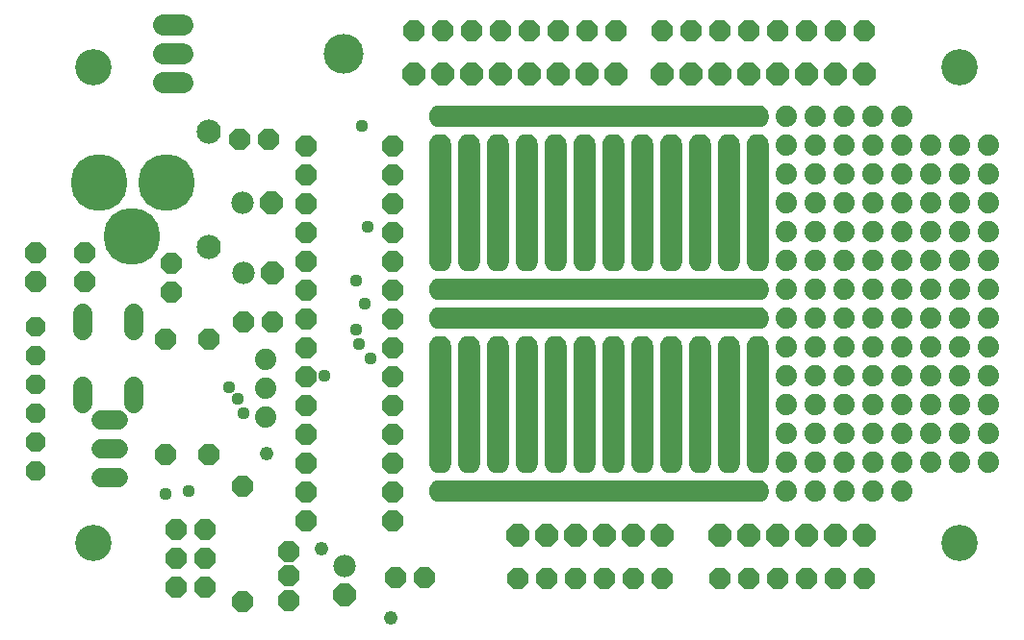
<source format=gbr>
G04 EAGLE Gerber RS-274X export*
G75*
%MOMM*%
%FSLAX34Y34*%
%LPD*%
%INSoldermask Bottom*%
%IPPOS*%
%AMOC8*
5,1,8,0,0,1.08239X$1,22.5*%
G01*
%ADD10P,1.951982X8X112.500000*%
%ADD11C,1.879600*%
%ADD12P,2.034460X8X112.500000*%
%ADD13C,1.727200*%
%ADD14C,5.003200*%
%ADD15P,2.144431X8X22.500000*%
%ADD16C,1.981200*%
%ADD17P,2.034460X8X22.500000*%
%ADD18P,2.034460X8X292.500000*%
%ADD19C,2.133600*%
%ADD20P,1.869504X8X202.500000*%
%ADD21C,3.203200*%
%ADD22C,1.879600*%
%ADD23C,3.505200*%
%ADD24P,2.144431X8X112.500000*%
%ADD25P,2.144431X8X292.500000*%
%ADD26C,1.303200*%
%ADD27P,2.034460X8X202.500000*%
%ADD28C,1.209600*%
%ADD29C,1.109600*%

G36*
X659157Y441331D02*
X659157Y441331D01*
X659192Y441329D01*
X660679Y441475D01*
X660725Y441488D01*
X660801Y441499D01*
X662230Y441933D01*
X662273Y441955D01*
X662345Y441981D01*
X663662Y442685D01*
X663700Y442715D01*
X663766Y442754D01*
X664921Y443702D01*
X664952Y443738D01*
X665008Y443789D01*
X665956Y444944D01*
X665980Y444986D01*
X666025Y445048D01*
X666729Y446365D01*
X666744Y446411D01*
X666777Y446480D01*
X667211Y447909D01*
X667216Y447957D01*
X667235Y448031D01*
X667381Y449518D01*
X667379Y449545D01*
X667384Y449580D01*
X667384Y452120D01*
X667379Y452147D01*
X667381Y452182D01*
X667235Y453669D01*
X667222Y453715D01*
X667211Y453791D01*
X666777Y455220D01*
X666755Y455263D01*
X666729Y455335D01*
X666025Y456652D01*
X665995Y456690D01*
X665956Y456756D01*
X665008Y457911D01*
X664972Y457942D01*
X664921Y457998D01*
X663766Y458946D01*
X663759Y458950D01*
X663755Y458955D01*
X663720Y458973D01*
X663662Y459015D01*
X662345Y459719D01*
X662299Y459734D01*
X662230Y459767D01*
X660801Y460201D01*
X660753Y460206D01*
X660679Y460225D01*
X659192Y460371D01*
X659165Y460369D01*
X659130Y460374D01*
X377190Y460374D01*
X377163Y460369D01*
X377128Y460371D01*
X375641Y460225D01*
X375595Y460212D01*
X375519Y460201D01*
X374090Y459767D01*
X374047Y459745D01*
X373975Y459719D01*
X372658Y459015D01*
X372620Y458985D01*
X372554Y458946D01*
X371399Y457998D01*
X371368Y457962D01*
X371312Y457911D01*
X370364Y456756D01*
X370340Y456714D01*
X370295Y456652D01*
X369591Y455335D01*
X369576Y455289D01*
X369543Y455220D01*
X369109Y453791D01*
X369104Y453743D01*
X369085Y453669D01*
X368939Y452182D01*
X368941Y452155D01*
X368936Y452120D01*
X368936Y449580D01*
X368941Y449553D01*
X368939Y449518D01*
X369085Y448031D01*
X369098Y447985D01*
X369109Y447909D01*
X369543Y446480D01*
X369565Y446437D01*
X369591Y446365D01*
X370295Y445048D01*
X370325Y445010D01*
X370364Y444944D01*
X371312Y443789D01*
X371348Y443758D01*
X371399Y443702D01*
X372554Y442754D01*
X372595Y442731D01*
X372601Y442724D01*
X372612Y442719D01*
X372658Y442685D01*
X373975Y441981D01*
X374021Y441966D01*
X374090Y441933D01*
X375519Y441499D01*
X375567Y441494D01*
X375641Y441475D01*
X377128Y441329D01*
X377155Y441331D01*
X377190Y441326D01*
X659130Y441326D01*
X659157Y441331D01*
G37*
G36*
X659157Y288931D02*
X659157Y288931D01*
X659192Y288929D01*
X660679Y289075D01*
X660725Y289088D01*
X660801Y289099D01*
X662230Y289533D01*
X662273Y289555D01*
X662345Y289581D01*
X663662Y290285D01*
X663700Y290315D01*
X663766Y290354D01*
X664921Y291302D01*
X664952Y291338D01*
X665008Y291389D01*
X665956Y292544D01*
X665980Y292586D01*
X666025Y292648D01*
X666729Y293965D01*
X666744Y294011D01*
X666777Y294080D01*
X667211Y295509D01*
X667216Y295557D01*
X667235Y295631D01*
X667381Y297118D01*
X667379Y297145D01*
X667384Y297180D01*
X667384Y299720D01*
X667379Y299747D01*
X667381Y299782D01*
X667235Y301269D01*
X667222Y301315D01*
X667211Y301391D01*
X666777Y302820D01*
X666755Y302863D01*
X666729Y302935D01*
X666025Y304252D01*
X665995Y304290D01*
X665956Y304356D01*
X665008Y305511D01*
X664972Y305542D01*
X664921Y305598D01*
X663766Y306546D01*
X663759Y306550D01*
X663755Y306555D01*
X663720Y306573D01*
X663662Y306615D01*
X662345Y307319D01*
X662299Y307334D01*
X662230Y307367D01*
X660801Y307801D01*
X660753Y307806D01*
X660679Y307825D01*
X659192Y307971D01*
X659165Y307969D01*
X659130Y307974D01*
X377190Y307974D01*
X377163Y307969D01*
X377128Y307971D01*
X375641Y307825D01*
X375595Y307812D01*
X375519Y307801D01*
X374090Y307367D01*
X374047Y307345D01*
X373975Y307319D01*
X372658Y306615D01*
X372620Y306585D01*
X372554Y306546D01*
X371399Y305598D01*
X371368Y305562D01*
X371312Y305511D01*
X370364Y304356D01*
X370340Y304314D01*
X370295Y304252D01*
X369591Y302935D01*
X369576Y302889D01*
X369543Y302820D01*
X369109Y301391D01*
X369104Y301343D01*
X369085Y301269D01*
X368939Y299782D01*
X368941Y299755D01*
X368936Y299720D01*
X368936Y297180D01*
X368941Y297153D01*
X368939Y297118D01*
X369085Y295631D01*
X369098Y295585D01*
X369109Y295509D01*
X369543Y294080D01*
X369565Y294037D01*
X369591Y293965D01*
X370295Y292648D01*
X370325Y292610D01*
X370364Y292544D01*
X371312Y291389D01*
X371348Y291358D01*
X371399Y291302D01*
X372554Y290354D01*
X372595Y290331D01*
X372601Y290324D01*
X372612Y290319D01*
X372658Y290285D01*
X373975Y289581D01*
X374021Y289566D01*
X374090Y289533D01*
X375519Y289099D01*
X375567Y289094D01*
X375641Y289075D01*
X377128Y288929D01*
X377155Y288931D01*
X377190Y288926D01*
X659130Y288926D01*
X659157Y288931D01*
G37*
G36*
X659157Y263531D02*
X659157Y263531D01*
X659192Y263529D01*
X660679Y263675D01*
X660725Y263688D01*
X660801Y263699D01*
X662230Y264133D01*
X662273Y264155D01*
X662345Y264181D01*
X663662Y264885D01*
X663700Y264915D01*
X663766Y264954D01*
X664921Y265902D01*
X664952Y265938D01*
X665008Y265989D01*
X665956Y267144D01*
X665980Y267186D01*
X666025Y267248D01*
X666729Y268565D01*
X666744Y268611D01*
X666777Y268680D01*
X667211Y270109D01*
X667216Y270157D01*
X667235Y270231D01*
X667381Y271718D01*
X667379Y271745D01*
X667384Y271780D01*
X667384Y274320D01*
X667379Y274347D01*
X667381Y274382D01*
X667235Y275869D01*
X667222Y275915D01*
X667211Y275991D01*
X666777Y277420D01*
X666755Y277463D01*
X666729Y277535D01*
X666025Y278852D01*
X665995Y278890D01*
X665956Y278956D01*
X665008Y280111D01*
X664972Y280142D01*
X664921Y280198D01*
X663766Y281146D01*
X663759Y281150D01*
X663755Y281155D01*
X663720Y281173D01*
X663662Y281215D01*
X662345Y281919D01*
X662299Y281934D01*
X662230Y281967D01*
X660801Y282401D01*
X660753Y282406D01*
X660679Y282425D01*
X659192Y282571D01*
X659165Y282569D01*
X659130Y282574D01*
X377190Y282574D01*
X377163Y282569D01*
X377128Y282571D01*
X375641Y282425D01*
X375595Y282412D01*
X375519Y282401D01*
X374090Y281967D01*
X374047Y281945D01*
X373975Y281919D01*
X372658Y281215D01*
X372620Y281185D01*
X372554Y281146D01*
X371399Y280198D01*
X371368Y280162D01*
X371312Y280111D01*
X370364Y278956D01*
X370340Y278914D01*
X370295Y278852D01*
X369591Y277535D01*
X369576Y277489D01*
X369543Y277420D01*
X369109Y275991D01*
X369104Y275943D01*
X369085Y275869D01*
X368939Y274382D01*
X368941Y274355D01*
X368936Y274320D01*
X368936Y271780D01*
X368941Y271753D01*
X368939Y271718D01*
X369085Y270231D01*
X369098Y270185D01*
X369109Y270109D01*
X369543Y268680D01*
X369565Y268637D01*
X369591Y268565D01*
X370295Y267248D01*
X370325Y267210D01*
X370364Y267144D01*
X371312Y265989D01*
X371348Y265958D01*
X371399Y265902D01*
X372554Y264954D01*
X372595Y264931D01*
X372601Y264924D01*
X372612Y264919D01*
X372658Y264885D01*
X373975Y264181D01*
X374021Y264166D01*
X374090Y264133D01*
X375519Y263699D01*
X375567Y263694D01*
X375641Y263675D01*
X377128Y263529D01*
X377155Y263531D01*
X377190Y263526D01*
X659130Y263526D01*
X659157Y263531D01*
G37*
G36*
X659157Y111131D02*
X659157Y111131D01*
X659192Y111129D01*
X660679Y111275D01*
X660725Y111288D01*
X660801Y111299D01*
X662230Y111733D01*
X662273Y111755D01*
X662345Y111781D01*
X663662Y112485D01*
X663700Y112515D01*
X663766Y112554D01*
X664921Y113502D01*
X664952Y113538D01*
X665008Y113589D01*
X665956Y114744D01*
X665980Y114786D01*
X666025Y114848D01*
X666729Y116165D01*
X666744Y116211D01*
X666777Y116280D01*
X667211Y117709D01*
X667216Y117757D01*
X667235Y117831D01*
X667381Y119318D01*
X667379Y119345D01*
X667384Y119380D01*
X667384Y121920D01*
X667379Y121947D01*
X667381Y121982D01*
X667235Y123469D01*
X667222Y123515D01*
X667211Y123591D01*
X666777Y125020D01*
X666755Y125063D01*
X666729Y125135D01*
X666025Y126452D01*
X665995Y126490D01*
X665956Y126556D01*
X665008Y127711D01*
X664972Y127742D01*
X664921Y127798D01*
X663766Y128746D01*
X663759Y128750D01*
X663755Y128755D01*
X663720Y128773D01*
X663662Y128815D01*
X662345Y129519D01*
X662299Y129534D01*
X662230Y129567D01*
X660801Y130001D01*
X660753Y130006D01*
X660679Y130025D01*
X659192Y130171D01*
X659165Y130169D01*
X659130Y130174D01*
X377190Y130174D01*
X377163Y130169D01*
X377128Y130171D01*
X375641Y130025D01*
X375595Y130012D01*
X375519Y130001D01*
X374090Y129567D01*
X374047Y129545D01*
X373975Y129519D01*
X372658Y128815D01*
X372620Y128785D01*
X372554Y128746D01*
X371399Y127798D01*
X371368Y127762D01*
X371312Y127711D01*
X370364Y126556D01*
X370340Y126514D01*
X370295Y126452D01*
X369591Y125135D01*
X369576Y125089D01*
X369543Y125020D01*
X369109Y123591D01*
X369104Y123543D01*
X369085Y123469D01*
X368939Y121982D01*
X368941Y121955D01*
X368936Y121920D01*
X368936Y119380D01*
X368941Y119353D01*
X368939Y119318D01*
X369085Y117831D01*
X369098Y117785D01*
X369109Y117709D01*
X369543Y116280D01*
X369565Y116237D01*
X369591Y116165D01*
X370295Y114848D01*
X370325Y114810D01*
X370364Y114744D01*
X371312Y113589D01*
X371348Y113558D01*
X371399Y113502D01*
X372554Y112554D01*
X372595Y112531D01*
X372601Y112524D01*
X372612Y112519D01*
X372658Y112485D01*
X373975Y111781D01*
X374021Y111766D01*
X374090Y111733D01*
X375519Y111299D01*
X375567Y111294D01*
X375641Y111275D01*
X377128Y111129D01*
X377155Y111131D01*
X377190Y111126D01*
X659130Y111126D01*
X659157Y111131D01*
G37*
G36*
X506757Y314331D02*
X506757Y314331D01*
X506792Y314329D01*
X508279Y314475D01*
X508325Y314488D01*
X508401Y314499D01*
X509830Y314933D01*
X509873Y314955D01*
X509945Y314981D01*
X511262Y315685D01*
X511300Y315715D01*
X511366Y315754D01*
X512521Y316702D01*
X512552Y316738D01*
X512608Y316789D01*
X513556Y317944D01*
X513580Y317986D01*
X513625Y318048D01*
X514329Y319365D01*
X514344Y319411D01*
X514377Y319480D01*
X514811Y320909D01*
X514816Y320957D01*
X514835Y321031D01*
X514981Y322518D01*
X514979Y322545D01*
X514984Y322580D01*
X514984Y426720D01*
X514979Y426747D01*
X514981Y426782D01*
X514835Y428269D01*
X514822Y428315D01*
X514811Y428391D01*
X514377Y429820D01*
X514355Y429863D01*
X514329Y429935D01*
X513625Y431252D01*
X513595Y431290D01*
X513556Y431356D01*
X512608Y432511D01*
X512572Y432542D01*
X512521Y432598D01*
X511366Y433546D01*
X511324Y433570D01*
X511262Y433615D01*
X509945Y434319D01*
X509899Y434334D01*
X509830Y434367D01*
X508401Y434801D01*
X508353Y434806D01*
X508279Y434825D01*
X506792Y434971D01*
X506765Y434969D01*
X506730Y434974D01*
X504190Y434974D01*
X504163Y434969D01*
X504128Y434971D01*
X502641Y434825D01*
X502595Y434812D01*
X502519Y434801D01*
X501090Y434367D01*
X501047Y434345D01*
X500975Y434319D01*
X499658Y433615D01*
X499620Y433585D01*
X499554Y433546D01*
X498399Y432598D01*
X498368Y432562D01*
X498312Y432511D01*
X497364Y431356D01*
X497340Y431314D01*
X497295Y431252D01*
X496591Y429935D01*
X496576Y429889D01*
X496543Y429820D01*
X496109Y428391D01*
X496104Y428343D01*
X496085Y428269D01*
X495939Y426782D01*
X495941Y426755D01*
X495936Y426720D01*
X495936Y322580D01*
X495941Y322553D01*
X495939Y322518D01*
X496085Y321031D01*
X496098Y320985D01*
X496109Y320909D01*
X496543Y319480D01*
X496565Y319437D01*
X496591Y319365D01*
X497295Y318048D01*
X497325Y318010D01*
X497364Y317944D01*
X498312Y316789D01*
X498348Y316758D01*
X498399Y316702D01*
X499554Y315754D01*
X499595Y315731D01*
X499601Y315724D01*
X499612Y315719D01*
X499658Y315685D01*
X500975Y314981D01*
X501021Y314966D01*
X501090Y314933D01*
X502519Y314499D01*
X502567Y314494D01*
X502641Y314475D01*
X504128Y314329D01*
X504155Y314331D01*
X504190Y314326D01*
X506730Y314326D01*
X506757Y314331D01*
G37*
G36*
X405157Y314331D02*
X405157Y314331D01*
X405192Y314329D01*
X406679Y314475D01*
X406725Y314488D01*
X406801Y314499D01*
X408230Y314933D01*
X408273Y314955D01*
X408345Y314981D01*
X409662Y315685D01*
X409700Y315715D01*
X409766Y315754D01*
X410921Y316702D01*
X410952Y316738D01*
X411008Y316789D01*
X411956Y317944D01*
X411980Y317986D01*
X412025Y318048D01*
X412729Y319365D01*
X412744Y319411D01*
X412777Y319480D01*
X413211Y320909D01*
X413216Y320957D01*
X413235Y321031D01*
X413381Y322518D01*
X413379Y322545D01*
X413384Y322580D01*
X413384Y426720D01*
X413379Y426747D01*
X413381Y426782D01*
X413235Y428269D01*
X413222Y428315D01*
X413211Y428391D01*
X412777Y429820D01*
X412755Y429863D01*
X412729Y429935D01*
X412025Y431252D01*
X411995Y431290D01*
X411956Y431356D01*
X411008Y432511D01*
X410972Y432542D01*
X410921Y432598D01*
X409766Y433546D01*
X409724Y433570D01*
X409662Y433615D01*
X408345Y434319D01*
X408299Y434334D01*
X408230Y434367D01*
X406801Y434801D01*
X406753Y434806D01*
X406679Y434825D01*
X405192Y434971D01*
X405165Y434969D01*
X405130Y434974D01*
X402590Y434974D01*
X402563Y434969D01*
X402528Y434971D01*
X401041Y434825D01*
X400995Y434812D01*
X400919Y434801D01*
X399490Y434367D01*
X399447Y434345D01*
X399375Y434319D01*
X398058Y433615D01*
X398020Y433585D01*
X397954Y433546D01*
X396799Y432598D01*
X396768Y432562D01*
X396712Y432511D01*
X395764Y431356D01*
X395740Y431314D01*
X395695Y431252D01*
X394991Y429935D01*
X394976Y429889D01*
X394943Y429820D01*
X394509Y428391D01*
X394504Y428343D01*
X394485Y428269D01*
X394339Y426782D01*
X394341Y426755D01*
X394336Y426720D01*
X394336Y322580D01*
X394341Y322553D01*
X394339Y322518D01*
X394485Y321031D01*
X394498Y320985D01*
X394509Y320909D01*
X394943Y319480D01*
X394965Y319437D01*
X394991Y319365D01*
X395695Y318048D01*
X395725Y318010D01*
X395764Y317944D01*
X396712Y316789D01*
X396748Y316758D01*
X396799Y316702D01*
X397954Y315754D01*
X397995Y315731D01*
X398001Y315724D01*
X398012Y315719D01*
X398058Y315685D01*
X399375Y314981D01*
X399421Y314966D01*
X399490Y314933D01*
X400919Y314499D01*
X400967Y314494D01*
X401041Y314475D01*
X402528Y314329D01*
X402555Y314331D01*
X402590Y314326D01*
X405130Y314326D01*
X405157Y314331D01*
G37*
G36*
X481357Y314331D02*
X481357Y314331D01*
X481392Y314329D01*
X482879Y314475D01*
X482925Y314488D01*
X483001Y314499D01*
X484430Y314933D01*
X484473Y314955D01*
X484545Y314981D01*
X485862Y315685D01*
X485900Y315715D01*
X485966Y315754D01*
X487121Y316702D01*
X487152Y316738D01*
X487208Y316789D01*
X488156Y317944D01*
X488180Y317986D01*
X488225Y318048D01*
X488929Y319365D01*
X488944Y319411D01*
X488977Y319480D01*
X489411Y320909D01*
X489416Y320957D01*
X489435Y321031D01*
X489581Y322518D01*
X489579Y322545D01*
X489584Y322580D01*
X489584Y426720D01*
X489579Y426747D01*
X489581Y426782D01*
X489435Y428269D01*
X489422Y428315D01*
X489411Y428391D01*
X488977Y429820D01*
X488955Y429863D01*
X488929Y429935D01*
X488225Y431252D01*
X488195Y431290D01*
X488156Y431356D01*
X487208Y432511D01*
X487172Y432542D01*
X487121Y432598D01*
X485966Y433546D01*
X485924Y433570D01*
X485862Y433615D01*
X484545Y434319D01*
X484499Y434334D01*
X484430Y434367D01*
X483001Y434801D01*
X482953Y434806D01*
X482879Y434825D01*
X481392Y434971D01*
X481365Y434969D01*
X481330Y434974D01*
X478790Y434974D01*
X478763Y434969D01*
X478728Y434971D01*
X477241Y434825D01*
X477195Y434812D01*
X477119Y434801D01*
X475690Y434367D01*
X475647Y434345D01*
X475575Y434319D01*
X474258Y433615D01*
X474220Y433585D01*
X474154Y433546D01*
X472999Y432598D01*
X472968Y432562D01*
X472912Y432511D01*
X471964Y431356D01*
X471940Y431314D01*
X471895Y431252D01*
X471191Y429935D01*
X471176Y429889D01*
X471143Y429820D01*
X470709Y428391D01*
X470704Y428343D01*
X470685Y428269D01*
X470539Y426782D01*
X470541Y426755D01*
X470536Y426720D01*
X470536Y322580D01*
X470541Y322553D01*
X470539Y322518D01*
X470685Y321031D01*
X470698Y320985D01*
X470709Y320909D01*
X471143Y319480D01*
X471165Y319437D01*
X471191Y319365D01*
X471895Y318048D01*
X471925Y318010D01*
X471964Y317944D01*
X472912Y316789D01*
X472948Y316758D01*
X472999Y316702D01*
X474154Y315754D01*
X474195Y315731D01*
X474201Y315724D01*
X474212Y315719D01*
X474258Y315685D01*
X475575Y314981D01*
X475621Y314966D01*
X475690Y314933D01*
X477119Y314499D01*
X477167Y314494D01*
X477241Y314475D01*
X478728Y314329D01*
X478755Y314331D01*
X478790Y314326D01*
X481330Y314326D01*
X481357Y314331D01*
G37*
G36*
X532157Y314331D02*
X532157Y314331D01*
X532192Y314329D01*
X533679Y314475D01*
X533725Y314488D01*
X533801Y314499D01*
X535230Y314933D01*
X535273Y314955D01*
X535345Y314981D01*
X536662Y315685D01*
X536700Y315715D01*
X536766Y315754D01*
X537921Y316702D01*
X537952Y316738D01*
X538008Y316789D01*
X538956Y317944D01*
X538980Y317986D01*
X539025Y318048D01*
X539729Y319365D01*
X539744Y319411D01*
X539777Y319480D01*
X540211Y320909D01*
X540216Y320957D01*
X540235Y321031D01*
X540381Y322518D01*
X540379Y322545D01*
X540384Y322580D01*
X540384Y426720D01*
X540379Y426747D01*
X540381Y426782D01*
X540235Y428269D01*
X540222Y428315D01*
X540211Y428391D01*
X539777Y429820D01*
X539755Y429863D01*
X539729Y429935D01*
X539025Y431252D01*
X538995Y431290D01*
X538956Y431356D01*
X538008Y432511D01*
X537972Y432542D01*
X537921Y432598D01*
X536766Y433546D01*
X536724Y433570D01*
X536662Y433615D01*
X535345Y434319D01*
X535299Y434334D01*
X535230Y434367D01*
X533801Y434801D01*
X533753Y434806D01*
X533679Y434825D01*
X532192Y434971D01*
X532165Y434969D01*
X532130Y434974D01*
X529590Y434974D01*
X529563Y434969D01*
X529528Y434971D01*
X528041Y434825D01*
X527995Y434812D01*
X527919Y434801D01*
X526490Y434367D01*
X526447Y434345D01*
X526375Y434319D01*
X525058Y433615D01*
X525020Y433585D01*
X524954Y433546D01*
X523799Y432598D01*
X523768Y432562D01*
X523712Y432511D01*
X522764Y431356D01*
X522740Y431314D01*
X522695Y431252D01*
X521991Y429935D01*
X521976Y429889D01*
X521943Y429820D01*
X521509Y428391D01*
X521504Y428343D01*
X521485Y428269D01*
X521339Y426782D01*
X521341Y426755D01*
X521336Y426720D01*
X521336Y322580D01*
X521341Y322553D01*
X521339Y322518D01*
X521485Y321031D01*
X521498Y320985D01*
X521509Y320909D01*
X521943Y319480D01*
X521965Y319437D01*
X521991Y319365D01*
X522695Y318048D01*
X522725Y318010D01*
X522764Y317944D01*
X523712Y316789D01*
X523748Y316758D01*
X523799Y316702D01*
X524954Y315754D01*
X524995Y315731D01*
X525001Y315724D01*
X525012Y315719D01*
X525058Y315685D01*
X526375Y314981D01*
X526421Y314966D01*
X526490Y314933D01*
X527919Y314499D01*
X527967Y314494D01*
X528041Y314475D01*
X529528Y314329D01*
X529555Y314331D01*
X529590Y314326D01*
X532130Y314326D01*
X532157Y314331D01*
G37*
G36*
X608357Y314331D02*
X608357Y314331D01*
X608392Y314329D01*
X609879Y314475D01*
X609925Y314488D01*
X610001Y314499D01*
X611430Y314933D01*
X611473Y314955D01*
X611545Y314981D01*
X612862Y315685D01*
X612900Y315715D01*
X612966Y315754D01*
X614121Y316702D01*
X614152Y316738D01*
X614208Y316789D01*
X615156Y317944D01*
X615180Y317986D01*
X615225Y318048D01*
X615929Y319365D01*
X615944Y319411D01*
X615977Y319480D01*
X616411Y320909D01*
X616416Y320957D01*
X616435Y321031D01*
X616581Y322518D01*
X616579Y322545D01*
X616584Y322580D01*
X616584Y426720D01*
X616579Y426747D01*
X616581Y426782D01*
X616435Y428269D01*
X616422Y428315D01*
X616411Y428391D01*
X615977Y429820D01*
X615955Y429863D01*
X615929Y429935D01*
X615225Y431252D01*
X615195Y431290D01*
X615156Y431356D01*
X614208Y432511D01*
X614172Y432542D01*
X614121Y432598D01*
X612966Y433546D01*
X612924Y433570D01*
X612862Y433615D01*
X611545Y434319D01*
X611499Y434334D01*
X611430Y434367D01*
X610001Y434801D01*
X609953Y434806D01*
X609879Y434825D01*
X608392Y434971D01*
X608365Y434969D01*
X608330Y434974D01*
X605790Y434974D01*
X605763Y434969D01*
X605728Y434971D01*
X604241Y434825D01*
X604195Y434812D01*
X604119Y434801D01*
X602690Y434367D01*
X602647Y434345D01*
X602575Y434319D01*
X601258Y433615D01*
X601220Y433585D01*
X601154Y433546D01*
X599999Y432598D01*
X599968Y432562D01*
X599912Y432511D01*
X598964Y431356D01*
X598940Y431314D01*
X598895Y431252D01*
X598191Y429935D01*
X598176Y429889D01*
X598143Y429820D01*
X597709Y428391D01*
X597704Y428343D01*
X597685Y428269D01*
X597539Y426782D01*
X597541Y426755D01*
X597536Y426720D01*
X597536Y322580D01*
X597541Y322553D01*
X597539Y322518D01*
X597685Y321031D01*
X597698Y320985D01*
X597709Y320909D01*
X598143Y319480D01*
X598165Y319437D01*
X598191Y319365D01*
X598895Y318048D01*
X598925Y318010D01*
X598964Y317944D01*
X599912Y316789D01*
X599948Y316758D01*
X599999Y316702D01*
X601154Y315754D01*
X601195Y315731D01*
X601201Y315724D01*
X601212Y315719D01*
X601258Y315685D01*
X602575Y314981D01*
X602621Y314966D01*
X602690Y314933D01*
X604119Y314499D01*
X604167Y314494D01*
X604241Y314475D01*
X605728Y314329D01*
X605755Y314331D01*
X605790Y314326D01*
X608330Y314326D01*
X608357Y314331D01*
G37*
G36*
X633757Y314331D02*
X633757Y314331D01*
X633792Y314329D01*
X635279Y314475D01*
X635325Y314488D01*
X635401Y314499D01*
X636830Y314933D01*
X636873Y314955D01*
X636945Y314981D01*
X638262Y315685D01*
X638300Y315715D01*
X638366Y315754D01*
X639521Y316702D01*
X639552Y316738D01*
X639608Y316789D01*
X640556Y317944D01*
X640580Y317986D01*
X640625Y318048D01*
X641329Y319365D01*
X641344Y319411D01*
X641377Y319480D01*
X641811Y320909D01*
X641816Y320957D01*
X641835Y321031D01*
X641981Y322518D01*
X641979Y322545D01*
X641984Y322580D01*
X641984Y426720D01*
X641979Y426747D01*
X641981Y426782D01*
X641835Y428269D01*
X641822Y428315D01*
X641811Y428391D01*
X641377Y429820D01*
X641355Y429863D01*
X641329Y429935D01*
X640625Y431252D01*
X640595Y431290D01*
X640556Y431356D01*
X639608Y432511D01*
X639572Y432542D01*
X639521Y432598D01*
X638366Y433546D01*
X638324Y433570D01*
X638262Y433615D01*
X636945Y434319D01*
X636899Y434334D01*
X636830Y434367D01*
X635401Y434801D01*
X635353Y434806D01*
X635279Y434825D01*
X633792Y434971D01*
X633765Y434969D01*
X633730Y434974D01*
X631190Y434974D01*
X631163Y434969D01*
X631128Y434971D01*
X629641Y434825D01*
X629595Y434812D01*
X629519Y434801D01*
X628090Y434367D01*
X628047Y434345D01*
X627975Y434319D01*
X626658Y433615D01*
X626620Y433585D01*
X626554Y433546D01*
X625399Y432598D01*
X625368Y432562D01*
X625312Y432511D01*
X624364Y431356D01*
X624340Y431314D01*
X624295Y431252D01*
X623591Y429935D01*
X623576Y429889D01*
X623543Y429820D01*
X623109Y428391D01*
X623104Y428343D01*
X623085Y428269D01*
X622939Y426782D01*
X622941Y426755D01*
X622936Y426720D01*
X622936Y322580D01*
X622941Y322553D01*
X622939Y322518D01*
X623085Y321031D01*
X623098Y320985D01*
X623109Y320909D01*
X623543Y319480D01*
X623565Y319437D01*
X623591Y319365D01*
X624295Y318048D01*
X624325Y318010D01*
X624364Y317944D01*
X625312Y316789D01*
X625348Y316758D01*
X625399Y316702D01*
X626554Y315754D01*
X626595Y315731D01*
X626601Y315724D01*
X626612Y315719D01*
X626658Y315685D01*
X627975Y314981D01*
X628021Y314966D01*
X628090Y314933D01*
X629519Y314499D01*
X629567Y314494D01*
X629641Y314475D01*
X631128Y314329D01*
X631155Y314331D01*
X631190Y314326D01*
X633730Y314326D01*
X633757Y314331D01*
G37*
G36*
X659157Y314331D02*
X659157Y314331D01*
X659192Y314329D01*
X660679Y314475D01*
X660725Y314488D01*
X660801Y314499D01*
X662230Y314933D01*
X662273Y314955D01*
X662345Y314981D01*
X663662Y315685D01*
X663700Y315715D01*
X663766Y315754D01*
X664921Y316702D01*
X664952Y316738D01*
X665008Y316789D01*
X665956Y317944D01*
X665980Y317986D01*
X666025Y318048D01*
X666729Y319365D01*
X666744Y319411D01*
X666777Y319480D01*
X667211Y320909D01*
X667216Y320957D01*
X667235Y321031D01*
X667381Y322518D01*
X667379Y322545D01*
X667384Y322580D01*
X667384Y426720D01*
X667379Y426747D01*
X667381Y426782D01*
X667235Y428269D01*
X667222Y428315D01*
X667211Y428391D01*
X666777Y429820D01*
X666755Y429863D01*
X666729Y429935D01*
X666025Y431252D01*
X665995Y431290D01*
X665956Y431356D01*
X665008Y432511D01*
X664972Y432542D01*
X664921Y432598D01*
X663766Y433546D01*
X663724Y433570D01*
X663662Y433615D01*
X662345Y434319D01*
X662299Y434334D01*
X662230Y434367D01*
X660801Y434801D01*
X660753Y434806D01*
X660679Y434825D01*
X659192Y434971D01*
X659165Y434969D01*
X659130Y434974D01*
X656590Y434974D01*
X656563Y434969D01*
X656528Y434971D01*
X655041Y434825D01*
X654995Y434812D01*
X654919Y434801D01*
X653490Y434367D01*
X653447Y434345D01*
X653375Y434319D01*
X652058Y433615D01*
X652020Y433585D01*
X651954Y433546D01*
X650799Y432598D01*
X650768Y432562D01*
X650712Y432511D01*
X649764Y431356D01*
X649740Y431314D01*
X649695Y431252D01*
X648991Y429935D01*
X648976Y429889D01*
X648943Y429820D01*
X648509Y428391D01*
X648504Y428343D01*
X648485Y428269D01*
X648339Y426782D01*
X648341Y426755D01*
X648336Y426720D01*
X648336Y322580D01*
X648341Y322553D01*
X648339Y322518D01*
X648485Y321031D01*
X648498Y320985D01*
X648509Y320909D01*
X648943Y319480D01*
X648965Y319437D01*
X648991Y319365D01*
X649695Y318048D01*
X649725Y318010D01*
X649764Y317944D01*
X650712Y316789D01*
X650748Y316758D01*
X650799Y316702D01*
X651954Y315754D01*
X651995Y315731D01*
X652001Y315724D01*
X652012Y315719D01*
X652058Y315685D01*
X653375Y314981D01*
X653421Y314966D01*
X653490Y314933D01*
X654919Y314499D01*
X654967Y314494D01*
X655041Y314475D01*
X656528Y314329D01*
X656555Y314331D01*
X656590Y314326D01*
X659130Y314326D01*
X659157Y314331D01*
G37*
G36*
X557557Y314331D02*
X557557Y314331D01*
X557592Y314329D01*
X559079Y314475D01*
X559125Y314488D01*
X559201Y314499D01*
X560630Y314933D01*
X560673Y314955D01*
X560745Y314981D01*
X562062Y315685D01*
X562100Y315715D01*
X562166Y315754D01*
X563321Y316702D01*
X563352Y316738D01*
X563408Y316789D01*
X564356Y317944D01*
X564380Y317986D01*
X564425Y318048D01*
X565129Y319365D01*
X565144Y319411D01*
X565177Y319480D01*
X565611Y320909D01*
X565616Y320957D01*
X565635Y321031D01*
X565781Y322518D01*
X565779Y322545D01*
X565784Y322580D01*
X565784Y426720D01*
X565779Y426747D01*
X565781Y426782D01*
X565635Y428269D01*
X565622Y428315D01*
X565611Y428391D01*
X565177Y429820D01*
X565155Y429863D01*
X565129Y429935D01*
X564425Y431252D01*
X564395Y431290D01*
X564356Y431356D01*
X563408Y432511D01*
X563372Y432542D01*
X563321Y432598D01*
X562166Y433546D01*
X562124Y433570D01*
X562062Y433615D01*
X560745Y434319D01*
X560699Y434334D01*
X560630Y434367D01*
X559201Y434801D01*
X559153Y434806D01*
X559079Y434825D01*
X557592Y434971D01*
X557565Y434969D01*
X557530Y434974D01*
X554990Y434974D01*
X554963Y434969D01*
X554928Y434971D01*
X553441Y434825D01*
X553395Y434812D01*
X553319Y434801D01*
X551890Y434367D01*
X551847Y434345D01*
X551775Y434319D01*
X550458Y433615D01*
X550420Y433585D01*
X550354Y433546D01*
X549199Y432598D01*
X549168Y432562D01*
X549112Y432511D01*
X548164Y431356D01*
X548140Y431314D01*
X548095Y431252D01*
X547391Y429935D01*
X547376Y429889D01*
X547343Y429820D01*
X546909Y428391D01*
X546904Y428343D01*
X546885Y428269D01*
X546739Y426782D01*
X546741Y426755D01*
X546736Y426720D01*
X546736Y322580D01*
X546741Y322553D01*
X546739Y322518D01*
X546885Y321031D01*
X546898Y320985D01*
X546909Y320909D01*
X547343Y319480D01*
X547365Y319437D01*
X547391Y319365D01*
X548095Y318048D01*
X548125Y318010D01*
X548164Y317944D01*
X549112Y316789D01*
X549148Y316758D01*
X549199Y316702D01*
X550354Y315754D01*
X550395Y315731D01*
X550401Y315724D01*
X550412Y315719D01*
X550458Y315685D01*
X551775Y314981D01*
X551821Y314966D01*
X551890Y314933D01*
X553319Y314499D01*
X553367Y314494D01*
X553441Y314475D01*
X554928Y314329D01*
X554955Y314331D01*
X554990Y314326D01*
X557530Y314326D01*
X557557Y314331D01*
G37*
G36*
X379757Y314331D02*
X379757Y314331D01*
X379792Y314329D01*
X381279Y314475D01*
X381325Y314488D01*
X381401Y314499D01*
X382830Y314933D01*
X382873Y314955D01*
X382945Y314981D01*
X384262Y315685D01*
X384300Y315715D01*
X384366Y315754D01*
X385521Y316702D01*
X385552Y316738D01*
X385608Y316789D01*
X386556Y317944D01*
X386580Y317986D01*
X386625Y318048D01*
X387329Y319365D01*
X387344Y319411D01*
X387377Y319480D01*
X387811Y320909D01*
X387816Y320957D01*
X387835Y321031D01*
X387981Y322518D01*
X387979Y322545D01*
X387984Y322580D01*
X387984Y426720D01*
X387979Y426747D01*
X387981Y426782D01*
X387835Y428269D01*
X387822Y428315D01*
X387811Y428391D01*
X387377Y429820D01*
X387355Y429863D01*
X387329Y429935D01*
X386625Y431252D01*
X386595Y431290D01*
X386556Y431356D01*
X385608Y432511D01*
X385572Y432542D01*
X385521Y432598D01*
X384366Y433546D01*
X384324Y433570D01*
X384262Y433615D01*
X382945Y434319D01*
X382899Y434334D01*
X382830Y434367D01*
X381401Y434801D01*
X381353Y434806D01*
X381279Y434825D01*
X379792Y434971D01*
X379765Y434969D01*
X379730Y434974D01*
X377190Y434974D01*
X377163Y434969D01*
X377128Y434971D01*
X375641Y434825D01*
X375595Y434812D01*
X375519Y434801D01*
X374090Y434367D01*
X374047Y434345D01*
X373975Y434319D01*
X372658Y433615D01*
X372620Y433585D01*
X372554Y433546D01*
X371399Y432598D01*
X371368Y432562D01*
X371312Y432511D01*
X370364Y431356D01*
X370340Y431314D01*
X370295Y431252D01*
X369591Y429935D01*
X369576Y429889D01*
X369543Y429820D01*
X369109Y428391D01*
X369104Y428343D01*
X369085Y428269D01*
X368939Y426782D01*
X368941Y426755D01*
X368936Y426720D01*
X368936Y322580D01*
X368941Y322553D01*
X368939Y322518D01*
X369085Y321031D01*
X369098Y320985D01*
X369109Y320909D01*
X369543Y319480D01*
X369565Y319437D01*
X369591Y319365D01*
X370295Y318048D01*
X370325Y318010D01*
X370364Y317944D01*
X371312Y316789D01*
X371348Y316758D01*
X371399Y316702D01*
X372554Y315754D01*
X372595Y315731D01*
X372601Y315724D01*
X372612Y315719D01*
X372658Y315685D01*
X373975Y314981D01*
X374021Y314966D01*
X374090Y314933D01*
X375519Y314499D01*
X375567Y314494D01*
X375641Y314475D01*
X377128Y314329D01*
X377155Y314331D01*
X377190Y314326D01*
X379730Y314326D01*
X379757Y314331D01*
G37*
G36*
X430557Y314331D02*
X430557Y314331D01*
X430592Y314329D01*
X432079Y314475D01*
X432125Y314488D01*
X432201Y314499D01*
X433630Y314933D01*
X433673Y314955D01*
X433745Y314981D01*
X435062Y315685D01*
X435100Y315715D01*
X435166Y315754D01*
X436321Y316702D01*
X436352Y316738D01*
X436408Y316789D01*
X437356Y317944D01*
X437380Y317986D01*
X437425Y318048D01*
X438129Y319365D01*
X438144Y319411D01*
X438177Y319480D01*
X438611Y320909D01*
X438616Y320957D01*
X438635Y321031D01*
X438781Y322518D01*
X438779Y322545D01*
X438784Y322580D01*
X438784Y426720D01*
X438779Y426747D01*
X438781Y426782D01*
X438635Y428269D01*
X438622Y428315D01*
X438611Y428391D01*
X438177Y429820D01*
X438155Y429863D01*
X438129Y429935D01*
X437425Y431252D01*
X437395Y431290D01*
X437356Y431356D01*
X436408Y432511D01*
X436372Y432542D01*
X436321Y432598D01*
X435166Y433546D01*
X435124Y433570D01*
X435062Y433615D01*
X433745Y434319D01*
X433699Y434334D01*
X433630Y434367D01*
X432201Y434801D01*
X432153Y434806D01*
X432079Y434825D01*
X430592Y434971D01*
X430565Y434969D01*
X430530Y434974D01*
X427990Y434974D01*
X427963Y434969D01*
X427928Y434971D01*
X426441Y434825D01*
X426395Y434812D01*
X426319Y434801D01*
X424890Y434367D01*
X424847Y434345D01*
X424775Y434319D01*
X423458Y433615D01*
X423420Y433585D01*
X423354Y433546D01*
X422199Y432598D01*
X422168Y432562D01*
X422112Y432511D01*
X421164Y431356D01*
X421140Y431314D01*
X421095Y431252D01*
X420391Y429935D01*
X420376Y429889D01*
X420343Y429820D01*
X419909Y428391D01*
X419904Y428343D01*
X419885Y428269D01*
X419739Y426782D01*
X419741Y426755D01*
X419736Y426720D01*
X419736Y322580D01*
X419741Y322553D01*
X419739Y322518D01*
X419885Y321031D01*
X419898Y320985D01*
X419909Y320909D01*
X420343Y319480D01*
X420365Y319437D01*
X420391Y319365D01*
X421095Y318048D01*
X421125Y318010D01*
X421164Y317944D01*
X422112Y316789D01*
X422148Y316758D01*
X422199Y316702D01*
X423354Y315754D01*
X423395Y315731D01*
X423401Y315724D01*
X423412Y315719D01*
X423458Y315685D01*
X424775Y314981D01*
X424821Y314966D01*
X424890Y314933D01*
X426319Y314499D01*
X426367Y314494D01*
X426441Y314475D01*
X427928Y314329D01*
X427955Y314331D01*
X427990Y314326D01*
X430530Y314326D01*
X430557Y314331D01*
G37*
G36*
X455957Y314331D02*
X455957Y314331D01*
X455992Y314329D01*
X457479Y314475D01*
X457525Y314488D01*
X457601Y314499D01*
X459030Y314933D01*
X459073Y314955D01*
X459145Y314981D01*
X460462Y315685D01*
X460500Y315715D01*
X460566Y315754D01*
X461721Y316702D01*
X461752Y316738D01*
X461808Y316789D01*
X462756Y317944D01*
X462780Y317986D01*
X462825Y318048D01*
X463529Y319365D01*
X463544Y319411D01*
X463577Y319480D01*
X464011Y320909D01*
X464016Y320957D01*
X464035Y321031D01*
X464181Y322518D01*
X464179Y322545D01*
X464184Y322580D01*
X464184Y426720D01*
X464179Y426747D01*
X464181Y426782D01*
X464035Y428269D01*
X464022Y428315D01*
X464011Y428391D01*
X463577Y429820D01*
X463555Y429863D01*
X463529Y429935D01*
X462825Y431252D01*
X462795Y431290D01*
X462756Y431356D01*
X461808Y432511D01*
X461772Y432542D01*
X461721Y432598D01*
X460566Y433546D01*
X460524Y433570D01*
X460462Y433615D01*
X459145Y434319D01*
X459099Y434334D01*
X459030Y434367D01*
X457601Y434801D01*
X457553Y434806D01*
X457479Y434825D01*
X455992Y434971D01*
X455965Y434969D01*
X455930Y434974D01*
X453390Y434974D01*
X453363Y434969D01*
X453328Y434971D01*
X451841Y434825D01*
X451795Y434812D01*
X451719Y434801D01*
X450290Y434367D01*
X450247Y434345D01*
X450175Y434319D01*
X448858Y433615D01*
X448820Y433585D01*
X448754Y433546D01*
X447599Y432598D01*
X447568Y432562D01*
X447512Y432511D01*
X446564Y431356D01*
X446540Y431314D01*
X446495Y431252D01*
X445791Y429935D01*
X445776Y429889D01*
X445743Y429820D01*
X445309Y428391D01*
X445304Y428343D01*
X445285Y428269D01*
X445139Y426782D01*
X445141Y426755D01*
X445136Y426720D01*
X445136Y322580D01*
X445141Y322553D01*
X445139Y322518D01*
X445285Y321031D01*
X445298Y320985D01*
X445309Y320909D01*
X445743Y319480D01*
X445765Y319437D01*
X445791Y319365D01*
X446495Y318048D01*
X446525Y318010D01*
X446564Y317944D01*
X447512Y316789D01*
X447548Y316758D01*
X447599Y316702D01*
X448754Y315754D01*
X448795Y315731D01*
X448801Y315724D01*
X448812Y315719D01*
X448858Y315685D01*
X450175Y314981D01*
X450221Y314966D01*
X450290Y314933D01*
X451719Y314499D01*
X451767Y314494D01*
X451841Y314475D01*
X453328Y314329D01*
X453355Y314331D01*
X453390Y314326D01*
X455930Y314326D01*
X455957Y314331D01*
G37*
G36*
X582957Y314331D02*
X582957Y314331D01*
X582992Y314329D01*
X584479Y314475D01*
X584525Y314488D01*
X584601Y314499D01*
X586030Y314933D01*
X586073Y314955D01*
X586145Y314981D01*
X587462Y315685D01*
X587500Y315715D01*
X587566Y315754D01*
X588721Y316702D01*
X588752Y316738D01*
X588808Y316789D01*
X589756Y317944D01*
X589780Y317986D01*
X589825Y318048D01*
X590529Y319365D01*
X590544Y319411D01*
X590577Y319480D01*
X591011Y320909D01*
X591016Y320957D01*
X591035Y321031D01*
X591181Y322518D01*
X591179Y322545D01*
X591184Y322580D01*
X591184Y426720D01*
X591179Y426747D01*
X591181Y426782D01*
X591035Y428269D01*
X591022Y428315D01*
X591011Y428391D01*
X590577Y429820D01*
X590555Y429863D01*
X590529Y429935D01*
X589825Y431252D01*
X589795Y431290D01*
X589756Y431356D01*
X588808Y432511D01*
X588772Y432542D01*
X588721Y432598D01*
X587566Y433546D01*
X587524Y433570D01*
X587462Y433615D01*
X586145Y434319D01*
X586099Y434334D01*
X586030Y434367D01*
X584601Y434801D01*
X584553Y434806D01*
X584479Y434825D01*
X582992Y434971D01*
X582965Y434969D01*
X582930Y434974D01*
X580390Y434974D01*
X580363Y434969D01*
X580328Y434971D01*
X578841Y434825D01*
X578795Y434812D01*
X578719Y434801D01*
X577290Y434367D01*
X577247Y434345D01*
X577175Y434319D01*
X575858Y433615D01*
X575820Y433585D01*
X575754Y433546D01*
X574599Y432598D01*
X574568Y432562D01*
X574512Y432511D01*
X573564Y431356D01*
X573540Y431314D01*
X573495Y431252D01*
X572791Y429935D01*
X572776Y429889D01*
X572743Y429820D01*
X572309Y428391D01*
X572304Y428343D01*
X572285Y428269D01*
X572139Y426782D01*
X572141Y426755D01*
X572136Y426720D01*
X572136Y322580D01*
X572141Y322553D01*
X572139Y322518D01*
X572285Y321031D01*
X572298Y320985D01*
X572309Y320909D01*
X572743Y319480D01*
X572765Y319437D01*
X572791Y319365D01*
X573495Y318048D01*
X573525Y318010D01*
X573564Y317944D01*
X574512Y316789D01*
X574548Y316758D01*
X574599Y316702D01*
X575754Y315754D01*
X575795Y315731D01*
X575801Y315724D01*
X575812Y315719D01*
X575858Y315685D01*
X577175Y314981D01*
X577221Y314966D01*
X577290Y314933D01*
X578719Y314499D01*
X578767Y314494D01*
X578841Y314475D01*
X580328Y314329D01*
X580355Y314331D01*
X580390Y314326D01*
X582930Y314326D01*
X582957Y314331D01*
G37*
G36*
X506757Y136531D02*
X506757Y136531D01*
X506792Y136529D01*
X508279Y136675D01*
X508325Y136688D01*
X508401Y136699D01*
X509830Y137133D01*
X509873Y137155D01*
X509945Y137181D01*
X511262Y137885D01*
X511300Y137915D01*
X511366Y137954D01*
X512521Y138902D01*
X512552Y138938D01*
X512608Y138989D01*
X513556Y140144D01*
X513580Y140186D01*
X513625Y140248D01*
X514329Y141565D01*
X514344Y141611D01*
X514377Y141680D01*
X514811Y143109D01*
X514816Y143157D01*
X514835Y143231D01*
X514981Y144718D01*
X514979Y144745D01*
X514984Y144780D01*
X514984Y248920D01*
X514979Y248947D01*
X514981Y248982D01*
X514835Y250469D01*
X514822Y250515D01*
X514811Y250591D01*
X514377Y252020D01*
X514355Y252063D01*
X514329Y252135D01*
X513625Y253452D01*
X513595Y253490D01*
X513556Y253556D01*
X512608Y254711D01*
X512572Y254742D01*
X512521Y254798D01*
X511366Y255746D01*
X511324Y255770D01*
X511262Y255815D01*
X509945Y256519D01*
X509899Y256534D01*
X509830Y256567D01*
X508401Y257001D01*
X508353Y257006D01*
X508279Y257025D01*
X506792Y257171D01*
X506765Y257169D01*
X506730Y257174D01*
X504190Y257174D01*
X504163Y257169D01*
X504128Y257171D01*
X502641Y257025D01*
X502595Y257012D01*
X502519Y257001D01*
X501090Y256567D01*
X501047Y256545D01*
X500975Y256519D01*
X499658Y255815D01*
X499620Y255785D01*
X499554Y255746D01*
X498399Y254798D01*
X498368Y254762D01*
X498312Y254711D01*
X497364Y253556D01*
X497340Y253514D01*
X497295Y253452D01*
X496591Y252135D01*
X496576Y252089D01*
X496543Y252020D01*
X496109Y250591D01*
X496104Y250543D01*
X496085Y250469D01*
X495939Y248982D01*
X495941Y248955D01*
X495936Y248920D01*
X495936Y144780D01*
X495941Y144753D01*
X495939Y144718D01*
X496085Y143231D01*
X496098Y143185D01*
X496109Y143109D01*
X496543Y141680D01*
X496565Y141637D01*
X496591Y141565D01*
X497295Y140248D01*
X497325Y140210D01*
X497364Y140144D01*
X498312Y138989D01*
X498348Y138958D01*
X498399Y138902D01*
X499554Y137954D01*
X499595Y137931D01*
X499601Y137924D01*
X499612Y137919D01*
X499658Y137885D01*
X500975Y137181D01*
X501021Y137166D01*
X501090Y137133D01*
X502519Y136699D01*
X502567Y136694D01*
X502641Y136675D01*
X504128Y136529D01*
X504155Y136531D01*
X504190Y136526D01*
X506730Y136526D01*
X506757Y136531D01*
G37*
G36*
X455957Y136531D02*
X455957Y136531D01*
X455992Y136529D01*
X457479Y136675D01*
X457525Y136688D01*
X457601Y136699D01*
X459030Y137133D01*
X459073Y137155D01*
X459145Y137181D01*
X460462Y137885D01*
X460500Y137915D01*
X460566Y137954D01*
X461721Y138902D01*
X461752Y138938D01*
X461808Y138989D01*
X462756Y140144D01*
X462780Y140186D01*
X462825Y140248D01*
X463529Y141565D01*
X463544Y141611D01*
X463577Y141680D01*
X464011Y143109D01*
X464016Y143157D01*
X464035Y143231D01*
X464181Y144718D01*
X464179Y144745D01*
X464184Y144780D01*
X464184Y248920D01*
X464179Y248947D01*
X464181Y248982D01*
X464035Y250469D01*
X464022Y250515D01*
X464011Y250591D01*
X463577Y252020D01*
X463555Y252063D01*
X463529Y252135D01*
X462825Y253452D01*
X462795Y253490D01*
X462756Y253556D01*
X461808Y254711D01*
X461772Y254742D01*
X461721Y254798D01*
X460566Y255746D01*
X460524Y255770D01*
X460462Y255815D01*
X459145Y256519D01*
X459099Y256534D01*
X459030Y256567D01*
X457601Y257001D01*
X457553Y257006D01*
X457479Y257025D01*
X455992Y257171D01*
X455965Y257169D01*
X455930Y257174D01*
X453390Y257174D01*
X453363Y257169D01*
X453328Y257171D01*
X451841Y257025D01*
X451795Y257012D01*
X451719Y257001D01*
X450290Y256567D01*
X450247Y256545D01*
X450175Y256519D01*
X448858Y255815D01*
X448820Y255785D01*
X448754Y255746D01*
X447599Y254798D01*
X447568Y254762D01*
X447512Y254711D01*
X446564Y253556D01*
X446540Y253514D01*
X446495Y253452D01*
X445791Y252135D01*
X445776Y252089D01*
X445743Y252020D01*
X445309Y250591D01*
X445304Y250543D01*
X445285Y250469D01*
X445139Y248982D01*
X445141Y248955D01*
X445136Y248920D01*
X445136Y144780D01*
X445141Y144753D01*
X445139Y144718D01*
X445285Y143231D01*
X445298Y143185D01*
X445309Y143109D01*
X445743Y141680D01*
X445765Y141637D01*
X445791Y141565D01*
X446495Y140248D01*
X446525Y140210D01*
X446564Y140144D01*
X447512Y138989D01*
X447548Y138958D01*
X447599Y138902D01*
X448754Y137954D01*
X448795Y137931D01*
X448801Y137924D01*
X448812Y137919D01*
X448858Y137885D01*
X450175Y137181D01*
X450221Y137166D01*
X450290Y137133D01*
X451719Y136699D01*
X451767Y136694D01*
X451841Y136675D01*
X453328Y136529D01*
X453355Y136531D01*
X453390Y136526D01*
X455930Y136526D01*
X455957Y136531D01*
G37*
G36*
X582957Y136531D02*
X582957Y136531D01*
X582992Y136529D01*
X584479Y136675D01*
X584525Y136688D01*
X584601Y136699D01*
X586030Y137133D01*
X586073Y137155D01*
X586145Y137181D01*
X587462Y137885D01*
X587500Y137915D01*
X587566Y137954D01*
X588721Y138902D01*
X588752Y138938D01*
X588808Y138989D01*
X589756Y140144D01*
X589780Y140186D01*
X589825Y140248D01*
X590529Y141565D01*
X590544Y141611D01*
X590577Y141680D01*
X591011Y143109D01*
X591016Y143157D01*
X591035Y143231D01*
X591181Y144718D01*
X591179Y144745D01*
X591184Y144780D01*
X591184Y248920D01*
X591179Y248947D01*
X591181Y248982D01*
X591035Y250469D01*
X591022Y250515D01*
X591011Y250591D01*
X590577Y252020D01*
X590555Y252063D01*
X590529Y252135D01*
X589825Y253452D01*
X589795Y253490D01*
X589756Y253556D01*
X588808Y254711D01*
X588772Y254742D01*
X588721Y254798D01*
X587566Y255746D01*
X587524Y255770D01*
X587462Y255815D01*
X586145Y256519D01*
X586099Y256534D01*
X586030Y256567D01*
X584601Y257001D01*
X584553Y257006D01*
X584479Y257025D01*
X582992Y257171D01*
X582965Y257169D01*
X582930Y257174D01*
X580390Y257174D01*
X580363Y257169D01*
X580328Y257171D01*
X578841Y257025D01*
X578795Y257012D01*
X578719Y257001D01*
X577290Y256567D01*
X577247Y256545D01*
X577175Y256519D01*
X575858Y255815D01*
X575820Y255785D01*
X575754Y255746D01*
X574599Y254798D01*
X574568Y254762D01*
X574512Y254711D01*
X573564Y253556D01*
X573540Y253514D01*
X573495Y253452D01*
X572791Y252135D01*
X572776Y252089D01*
X572743Y252020D01*
X572309Y250591D01*
X572304Y250543D01*
X572285Y250469D01*
X572139Y248982D01*
X572141Y248955D01*
X572136Y248920D01*
X572136Y144780D01*
X572141Y144753D01*
X572139Y144718D01*
X572285Y143231D01*
X572298Y143185D01*
X572309Y143109D01*
X572743Y141680D01*
X572765Y141637D01*
X572791Y141565D01*
X573495Y140248D01*
X573525Y140210D01*
X573564Y140144D01*
X574512Y138989D01*
X574548Y138958D01*
X574599Y138902D01*
X575754Y137954D01*
X575795Y137931D01*
X575801Y137924D01*
X575812Y137919D01*
X575858Y137885D01*
X577175Y137181D01*
X577221Y137166D01*
X577290Y137133D01*
X578719Y136699D01*
X578767Y136694D01*
X578841Y136675D01*
X580328Y136529D01*
X580355Y136531D01*
X580390Y136526D01*
X582930Y136526D01*
X582957Y136531D01*
G37*
G36*
X379757Y136531D02*
X379757Y136531D01*
X379792Y136529D01*
X381279Y136675D01*
X381325Y136688D01*
X381401Y136699D01*
X382830Y137133D01*
X382873Y137155D01*
X382945Y137181D01*
X384262Y137885D01*
X384300Y137915D01*
X384366Y137954D01*
X385521Y138902D01*
X385552Y138938D01*
X385608Y138989D01*
X386556Y140144D01*
X386580Y140186D01*
X386625Y140248D01*
X387329Y141565D01*
X387344Y141611D01*
X387377Y141680D01*
X387811Y143109D01*
X387816Y143157D01*
X387835Y143231D01*
X387981Y144718D01*
X387979Y144745D01*
X387984Y144780D01*
X387984Y248920D01*
X387979Y248947D01*
X387981Y248982D01*
X387835Y250469D01*
X387822Y250515D01*
X387811Y250591D01*
X387377Y252020D01*
X387355Y252063D01*
X387329Y252135D01*
X386625Y253452D01*
X386595Y253490D01*
X386556Y253556D01*
X385608Y254711D01*
X385572Y254742D01*
X385521Y254798D01*
X384366Y255746D01*
X384324Y255770D01*
X384262Y255815D01*
X382945Y256519D01*
X382899Y256534D01*
X382830Y256567D01*
X381401Y257001D01*
X381353Y257006D01*
X381279Y257025D01*
X379792Y257171D01*
X379765Y257169D01*
X379730Y257174D01*
X377190Y257174D01*
X377163Y257169D01*
X377128Y257171D01*
X375641Y257025D01*
X375595Y257012D01*
X375519Y257001D01*
X374090Y256567D01*
X374047Y256545D01*
X373975Y256519D01*
X372658Y255815D01*
X372620Y255785D01*
X372554Y255746D01*
X371399Y254798D01*
X371368Y254762D01*
X371312Y254711D01*
X370364Y253556D01*
X370340Y253514D01*
X370295Y253452D01*
X369591Y252135D01*
X369576Y252089D01*
X369543Y252020D01*
X369109Y250591D01*
X369104Y250543D01*
X369085Y250469D01*
X368939Y248982D01*
X368941Y248955D01*
X368936Y248920D01*
X368936Y144780D01*
X368941Y144753D01*
X368939Y144718D01*
X369085Y143231D01*
X369098Y143185D01*
X369109Y143109D01*
X369543Y141680D01*
X369565Y141637D01*
X369591Y141565D01*
X370295Y140248D01*
X370325Y140210D01*
X370364Y140144D01*
X371312Y138989D01*
X371348Y138958D01*
X371399Y138902D01*
X372554Y137954D01*
X372595Y137931D01*
X372601Y137924D01*
X372612Y137919D01*
X372658Y137885D01*
X373975Y137181D01*
X374021Y137166D01*
X374090Y137133D01*
X375519Y136699D01*
X375567Y136694D01*
X375641Y136675D01*
X377128Y136529D01*
X377155Y136531D01*
X377190Y136526D01*
X379730Y136526D01*
X379757Y136531D01*
G37*
G36*
X633757Y136531D02*
X633757Y136531D01*
X633792Y136529D01*
X635279Y136675D01*
X635325Y136688D01*
X635401Y136699D01*
X636830Y137133D01*
X636873Y137155D01*
X636945Y137181D01*
X638262Y137885D01*
X638300Y137915D01*
X638366Y137954D01*
X639521Y138902D01*
X639552Y138938D01*
X639608Y138989D01*
X640556Y140144D01*
X640580Y140186D01*
X640625Y140248D01*
X641329Y141565D01*
X641344Y141611D01*
X641377Y141680D01*
X641811Y143109D01*
X641816Y143157D01*
X641835Y143231D01*
X641981Y144718D01*
X641979Y144745D01*
X641984Y144780D01*
X641984Y248920D01*
X641979Y248947D01*
X641981Y248982D01*
X641835Y250469D01*
X641822Y250515D01*
X641811Y250591D01*
X641377Y252020D01*
X641355Y252063D01*
X641329Y252135D01*
X640625Y253452D01*
X640595Y253490D01*
X640556Y253556D01*
X639608Y254711D01*
X639572Y254742D01*
X639521Y254798D01*
X638366Y255746D01*
X638324Y255770D01*
X638262Y255815D01*
X636945Y256519D01*
X636899Y256534D01*
X636830Y256567D01*
X635401Y257001D01*
X635353Y257006D01*
X635279Y257025D01*
X633792Y257171D01*
X633765Y257169D01*
X633730Y257174D01*
X631190Y257174D01*
X631163Y257169D01*
X631128Y257171D01*
X629641Y257025D01*
X629595Y257012D01*
X629519Y257001D01*
X628090Y256567D01*
X628047Y256545D01*
X627975Y256519D01*
X626658Y255815D01*
X626620Y255785D01*
X626554Y255746D01*
X625399Y254798D01*
X625368Y254762D01*
X625312Y254711D01*
X624364Y253556D01*
X624340Y253514D01*
X624295Y253452D01*
X623591Y252135D01*
X623576Y252089D01*
X623543Y252020D01*
X623109Y250591D01*
X623104Y250543D01*
X623085Y250469D01*
X622939Y248982D01*
X622941Y248955D01*
X622936Y248920D01*
X622936Y144780D01*
X622941Y144753D01*
X622939Y144718D01*
X623085Y143231D01*
X623098Y143185D01*
X623109Y143109D01*
X623543Y141680D01*
X623565Y141637D01*
X623591Y141565D01*
X624295Y140248D01*
X624325Y140210D01*
X624364Y140144D01*
X625312Y138989D01*
X625348Y138958D01*
X625399Y138902D01*
X626554Y137954D01*
X626595Y137931D01*
X626601Y137924D01*
X626612Y137919D01*
X626658Y137885D01*
X627975Y137181D01*
X628021Y137166D01*
X628090Y137133D01*
X629519Y136699D01*
X629567Y136694D01*
X629641Y136675D01*
X631128Y136529D01*
X631155Y136531D01*
X631190Y136526D01*
X633730Y136526D01*
X633757Y136531D01*
G37*
G36*
X430557Y136531D02*
X430557Y136531D01*
X430592Y136529D01*
X432079Y136675D01*
X432125Y136688D01*
X432201Y136699D01*
X433630Y137133D01*
X433673Y137155D01*
X433745Y137181D01*
X435062Y137885D01*
X435100Y137915D01*
X435166Y137954D01*
X436321Y138902D01*
X436352Y138938D01*
X436408Y138989D01*
X437356Y140144D01*
X437380Y140186D01*
X437425Y140248D01*
X438129Y141565D01*
X438144Y141611D01*
X438177Y141680D01*
X438611Y143109D01*
X438616Y143157D01*
X438635Y143231D01*
X438781Y144718D01*
X438779Y144745D01*
X438784Y144780D01*
X438784Y248920D01*
X438779Y248947D01*
X438781Y248982D01*
X438635Y250469D01*
X438622Y250515D01*
X438611Y250591D01*
X438177Y252020D01*
X438155Y252063D01*
X438129Y252135D01*
X437425Y253452D01*
X437395Y253490D01*
X437356Y253556D01*
X436408Y254711D01*
X436372Y254742D01*
X436321Y254798D01*
X435166Y255746D01*
X435124Y255770D01*
X435062Y255815D01*
X433745Y256519D01*
X433699Y256534D01*
X433630Y256567D01*
X432201Y257001D01*
X432153Y257006D01*
X432079Y257025D01*
X430592Y257171D01*
X430565Y257169D01*
X430530Y257174D01*
X427990Y257174D01*
X427963Y257169D01*
X427928Y257171D01*
X426441Y257025D01*
X426395Y257012D01*
X426319Y257001D01*
X424890Y256567D01*
X424847Y256545D01*
X424775Y256519D01*
X423458Y255815D01*
X423420Y255785D01*
X423354Y255746D01*
X422199Y254798D01*
X422168Y254762D01*
X422112Y254711D01*
X421164Y253556D01*
X421140Y253514D01*
X421095Y253452D01*
X420391Y252135D01*
X420376Y252089D01*
X420343Y252020D01*
X419909Y250591D01*
X419904Y250543D01*
X419885Y250469D01*
X419739Y248982D01*
X419741Y248955D01*
X419736Y248920D01*
X419736Y144780D01*
X419741Y144753D01*
X419739Y144718D01*
X419885Y143231D01*
X419898Y143185D01*
X419909Y143109D01*
X420343Y141680D01*
X420365Y141637D01*
X420391Y141565D01*
X421095Y140248D01*
X421125Y140210D01*
X421164Y140144D01*
X422112Y138989D01*
X422148Y138958D01*
X422199Y138902D01*
X423354Y137954D01*
X423395Y137931D01*
X423401Y137924D01*
X423412Y137919D01*
X423458Y137885D01*
X424775Y137181D01*
X424821Y137166D01*
X424890Y137133D01*
X426319Y136699D01*
X426367Y136694D01*
X426441Y136675D01*
X427928Y136529D01*
X427955Y136531D01*
X427990Y136526D01*
X430530Y136526D01*
X430557Y136531D01*
G37*
G36*
X532157Y136531D02*
X532157Y136531D01*
X532192Y136529D01*
X533679Y136675D01*
X533725Y136688D01*
X533801Y136699D01*
X535230Y137133D01*
X535273Y137155D01*
X535345Y137181D01*
X536662Y137885D01*
X536700Y137915D01*
X536766Y137954D01*
X537921Y138902D01*
X537952Y138938D01*
X538008Y138989D01*
X538956Y140144D01*
X538980Y140186D01*
X539025Y140248D01*
X539729Y141565D01*
X539744Y141611D01*
X539777Y141680D01*
X540211Y143109D01*
X540216Y143157D01*
X540235Y143231D01*
X540381Y144718D01*
X540379Y144745D01*
X540384Y144780D01*
X540384Y248920D01*
X540379Y248947D01*
X540381Y248982D01*
X540235Y250469D01*
X540222Y250515D01*
X540211Y250591D01*
X539777Y252020D01*
X539755Y252063D01*
X539729Y252135D01*
X539025Y253452D01*
X538995Y253490D01*
X538956Y253556D01*
X538008Y254711D01*
X537972Y254742D01*
X537921Y254798D01*
X536766Y255746D01*
X536724Y255770D01*
X536662Y255815D01*
X535345Y256519D01*
X535299Y256534D01*
X535230Y256567D01*
X533801Y257001D01*
X533753Y257006D01*
X533679Y257025D01*
X532192Y257171D01*
X532165Y257169D01*
X532130Y257174D01*
X529590Y257174D01*
X529563Y257169D01*
X529528Y257171D01*
X528041Y257025D01*
X527995Y257012D01*
X527919Y257001D01*
X526490Y256567D01*
X526447Y256545D01*
X526375Y256519D01*
X525058Y255815D01*
X525020Y255785D01*
X524954Y255746D01*
X523799Y254798D01*
X523768Y254762D01*
X523712Y254711D01*
X522764Y253556D01*
X522740Y253514D01*
X522695Y253452D01*
X521991Y252135D01*
X521976Y252089D01*
X521943Y252020D01*
X521509Y250591D01*
X521504Y250543D01*
X521485Y250469D01*
X521339Y248982D01*
X521341Y248955D01*
X521336Y248920D01*
X521336Y144780D01*
X521341Y144753D01*
X521339Y144718D01*
X521485Y143231D01*
X521498Y143185D01*
X521509Y143109D01*
X521943Y141680D01*
X521965Y141637D01*
X521991Y141565D01*
X522695Y140248D01*
X522725Y140210D01*
X522764Y140144D01*
X523712Y138989D01*
X523748Y138958D01*
X523799Y138902D01*
X524954Y137954D01*
X524995Y137931D01*
X525001Y137924D01*
X525012Y137919D01*
X525058Y137885D01*
X526375Y137181D01*
X526421Y137166D01*
X526490Y137133D01*
X527919Y136699D01*
X527967Y136694D01*
X528041Y136675D01*
X529528Y136529D01*
X529555Y136531D01*
X529590Y136526D01*
X532130Y136526D01*
X532157Y136531D01*
G37*
G36*
X557557Y136531D02*
X557557Y136531D01*
X557592Y136529D01*
X559079Y136675D01*
X559125Y136688D01*
X559201Y136699D01*
X560630Y137133D01*
X560673Y137155D01*
X560745Y137181D01*
X562062Y137885D01*
X562100Y137915D01*
X562166Y137954D01*
X563321Y138902D01*
X563352Y138938D01*
X563408Y138989D01*
X564356Y140144D01*
X564380Y140186D01*
X564425Y140248D01*
X565129Y141565D01*
X565144Y141611D01*
X565177Y141680D01*
X565611Y143109D01*
X565616Y143157D01*
X565635Y143231D01*
X565781Y144718D01*
X565779Y144745D01*
X565784Y144780D01*
X565784Y248920D01*
X565779Y248947D01*
X565781Y248982D01*
X565635Y250469D01*
X565622Y250515D01*
X565611Y250591D01*
X565177Y252020D01*
X565155Y252063D01*
X565129Y252135D01*
X564425Y253452D01*
X564395Y253490D01*
X564356Y253556D01*
X563408Y254711D01*
X563372Y254742D01*
X563321Y254798D01*
X562166Y255746D01*
X562124Y255770D01*
X562062Y255815D01*
X560745Y256519D01*
X560699Y256534D01*
X560630Y256567D01*
X559201Y257001D01*
X559153Y257006D01*
X559079Y257025D01*
X557592Y257171D01*
X557565Y257169D01*
X557530Y257174D01*
X554990Y257174D01*
X554963Y257169D01*
X554928Y257171D01*
X553441Y257025D01*
X553395Y257012D01*
X553319Y257001D01*
X551890Y256567D01*
X551847Y256545D01*
X551775Y256519D01*
X550458Y255815D01*
X550420Y255785D01*
X550354Y255746D01*
X549199Y254798D01*
X549168Y254762D01*
X549112Y254711D01*
X548164Y253556D01*
X548140Y253514D01*
X548095Y253452D01*
X547391Y252135D01*
X547376Y252089D01*
X547343Y252020D01*
X546909Y250591D01*
X546904Y250543D01*
X546885Y250469D01*
X546739Y248982D01*
X546741Y248955D01*
X546736Y248920D01*
X546736Y144780D01*
X546741Y144753D01*
X546739Y144718D01*
X546885Y143231D01*
X546898Y143185D01*
X546909Y143109D01*
X547343Y141680D01*
X547365Y141637D01*
X547391Y141565D01*
X548095Y140248D01*
X548125Y140210D01*
X548164Y140144D01*
X549112Y138989D01*
X549148Y138958D01*
X549199Y138902D01*
X550354Y137954D01*
X550395Y137931D01*
X550401Y137924D01*
X550412Y137919D01*
X550458Y137885D01*
X551775Y137181D01*
X551821Y137166D01*
X551890Y137133D01*
X553319Y136699D01*
X553367Y136694D01*
X553441Y136675D01*
X554928Y136529D01*
X554955Y136531D01*
X554990Y136526D01*
X557530Y136526D01*
X557557Y136531D01*
G37*
G36*
X608357Y136531D02*
X608357Y136531D01*
X608392Y136529D01*
X609879Y136675D01*
X609925Y136688D01*
X610001Y136699D01*
X611430Y137133D01*
X611473Y137155D01*
X611545Y137181D01*
X612862Y137885D01*
X612900Y137915D01*
X612966Y137954D01*
X614121Y138902D01*
X614152Y138938D01*
X614208Y138989D01*
X615156Y140144D01*
X615180Y140186D01*
X615225Y140248D01*
X615929Y141565D01*
X615944Y141611D01*
X615977Y141680D01*
X616411Y143109D01*
X616416Y143157D01*
X616435Y143231D01*
X616581Y144718D01*
X616579Y144745D01*
X616584Y144780D01*
X616584Y248920D01*
X616579Y248947D01*
X616581Y248982D01*
X616435Y250469D01*
X616422Y250515D01*
X616411Y250591D01*
X615977Y252020D01*
X615955Y252063D01*
X615929Y252135D01*
X615225Y253452D01*
X615195Y253490D01*
X615156Y253556D01*
X614208Y254711D01*
X614172Y254742D01*
X614121Y254798D01*
X612966Y255746D01*
X612924Y255770D01*
X612862Y255815D01*
X611545Y256519D01*
X611499Y256534D01*
X611430Y256567D01*
X610001Y257001D01*
X609953Y257006D01*
X609879Y257025D01*
X608392Y257171D01*
X608365Y257169D01*
X608330Y257174D01*
X605790Y257174D01*
X605763Y257169D01*
X605728Y257171D01*
X604241Y257025D01*
X604195Y257012D01*
X604119Y257001D01*
X602690Y256567D01*
X602647Y256545D01*
X602575Y256519D01*
X601258Y255815D01*
X601220Y255785D01*
X601154Y255746D01*
X599999Y254798D01*
X599968Y254762D01*
X599912Y254711D01*
X598964Y253556D01*
X598940Y253514D01*
X598895Y253452D01*
X598191Y252135D01*
X598176Y252089D01*
X598143Y252020D01*
X597709Y250591D01*
X597704Y250543D01*
X597685Y250469D01*
X597539Y248982D01*
X597541Y248955D01*
X597536Y248920D01*
X597536Y144780D01*
X597541Y144753D01*
X597539Y144718D01*
X597685Y143231D01*
X597698Y143185D01*
X597709Y143109D01*
X598143Y141680D01*
X598165Y141637D01*
X598191Y141565D01*
X598895Y140248D01*
X598925Y140210D01*
X598964Y140144D01*
X599912Y138989D01*
X599948Y138958D01*
X599999Y138902D01*
X601154Y137954D01*
X601195Y137931D01*
X601201Y137924D01*
X601212Y137919D01*
X601258Y137885D01*
X602575Y137181D01*
X602621Y137166D01*
X602690Y137133D01*
X604119Y136699D01*
X604167Y136694D01*
X604241Y136675D01*
X605728Y136529D01*
X605755Y136531D01*
X605790Y136526D01*
X608330Y136526D01*
X608357Y136531D01*
G37*
G36*
X481357Y136531D02*
X481357Y136531D01*
X481392Y136529D01*
X482879Y136675D01*
X482925Y136688D01*
X483001Y136699D01*
X484430Y137133D01*
X484473Y137155D01*
X484545Y137181D01*
X485862Y137885D01*
X485900Y137915D01*
X485966Y137954D01*
X487121Y138902D01*
X487152Y138938D01*
X487208Y138989D01*
X488156Y140144D01*
X488180Y140186D01*
X488225Y140248D01*
X488929Y141565D01*
X488944Y141611D01*
X488977Y141680D01*
X489411Y143109D01*
X489416Y143157D01*
X489435Y143231D01*
X489581Y144718D01*
X489579Y144745D01*
X489584Y144780D01*
X489584Y248920D01*
X489579Y248947D01*
X489581Y248982D01*
X489435Y250469D01*
X489422Y250515D01*
X489411Y250591D01*
X488977Y252020D01*
X488955Y252063D01*
X488929Y252135D01*
X488225Y253452D01*
X488195Y253490D01*
X488156Y253556D01*
X487208Y254711D01*
X487172Y254742D01*
X487121Y254798D01*
X485966Y255746D01*
X485924Y255770D01*
X485862Y255815D01*
X484545Y256519D01*
X484499Y256534D01*
X484430Y256567D01*
X483001Y257001D01*
X482953Y257006D01*
X482879Y257025D01*
X481392Y257171D01*
X481365Y257169D01*
X481330Y257174D01*
X478790Y257174D01*
X478763Y257169D01*
X478728Y257171D01*
X477241Y257025D01*
X477195Y257012D01*
X477119Y257001D01*
X475690Y256567D01*
X475647Y256545D01*
X475575Y256519D01*
X474258Y255815D01*
X474220Y255785D01*
X474154Y255746D01*
X472999Y254798D01*
X472968Y254762D01*
X472912Y254711D01*
X471964Y253556D01*
X471940Y253514D01*
X471895Y253452D01*
X471191Y252135D01*
X471176Y252089D01*
X471143Y252020D01*
X470709Y250591D01*
X470704Y250543D01*
X470685Y250469D01*
X470539Y248982D01*
X470541Y248955D01*
X470536Y248920D01*
X470536Y144780D01*
X470541Y144753D01*
X470539Y144718D01*
X470685Y143231D01*
X470698Y143185D01*
X470709Y143109D01*
X471143Y141680D01*
X471165Y141637D01*
X471191Y141565D01*
X471895Y140248D01*
X471925Y140210D01*
X471964Y140144D01*
X472912Y138989D01*
X472948Y138958D01*
X472999Y138902D01*
X474154Y137954D01*
X474195Y137931D01*
X474201Y137924D01*
X474212Y137919D01*
X474258Y137885D01*
X475575Y137181D01*
X475621Y137166D01*
X475690Y137133D01*
X477119Y136699D01*
X477167Y136694D01*
X477241Y136675D01*
X478728Y136529D01*
X478755Y136531D01*
X478790Y136526D01*
X481330Y136526D01*
X481357Y136531D01*
G37*
G36*
X405157Y136531D02*
X405157Y136531D01*
X405192Y136529D01*
X406679Y136675D01*
X406725Y136688D01*
X406801Y136699D01*
X408230Y137133D01*
X408273Y137155D01*
X408345Y137181D01*
X409662Y137885D01*
X409700Y137915D01*
X409766Y137954D01*
X410921Y138902D01*
X410952Y138938D01*
X411008Y138989D01*
X411956Y140144D01*
X411980Y140186D01*
X412025Y140248D01*
X412729Y141565D01*
X412744Y141611D01*
X412777Y141680D01*
X413211Y143109D01*
X413216Y143157D01*
X413235Y143231D01*
X413381Y144718D01*
X413379Y144745D01*
X413384Y144780D01*
X413384Y248920D01*
X413379Y248947D01*
X413381Y248982D01*
X413235Y250469D01*
X413222Y250515D01*
X413211Y250591D01*
X412777Y252020D01*
X412755Y252063D01*
X412729Y252135D01*
X412025Y253452D01*
X411995Y253490D01*
X411956Y253556D01*
X411008Y254711D01*
X410972Y254742D01*
X410921Y254798D01*
X409766Y255746D01*
X409724Y255770D01*
X409662Y255815D01*
X408345Y256519D01*
X408299Y256534D01*
X408230Y256567D01*
X406801Y257001D01*
X406753Y257006D01*
X406679Y257025D01*
X405192Y257171D01*
X405165Y257169D01*
X405130Y257174D01*
X402590Y257174D01*
X402563Y257169D01*
X402528Y257171D01*
X401041Y257025D01*
X400995Y257012D01*
X400919Y257001D01*
X399490Y256567D01*
X399447Y256545D01*
X399375Y256519D01*
X398058Y255815D01*
X398020Y255785D01*
X397954Y255746D01*
X396799Y254798D01*
X396768Y254762D01*
X396712Y254711D01*
X395764Y253556D01*
X395740Y253514D01*
X395695Y253452D01*
X394991Y252135D01*
X394976Y252089D01*
X394943Y252020D01*
X394509Y250591D01*
X394504Y250543D01*
X394485Y250469D01*
X394339Y248982D01*
X394341Y248955D01*
X394336Y248920D01*
X394336Y144780D01*
X394341Y144753D01*
X394339Y144718D01*
X394485Y143231D01*
X394498Y143185D01*
X394509Y143109D01*
X394943Y141680D01*
X394965Y141637D01*
X394991Y141565D01*
X395695Y140248D01*
X395725Y140210D01*
X395764Y140144D01*
X396712Y138989D01*
X396748Y138958D01*
X396799Y138902D01*
X397954Y137954D01*
X397995Y137931D01*
X398001Y137924D01*
X398012Y137919D01*
X398058Y137885D01*
X399375Y137181D01*
X399421Y137166D01*
X399490Y137133D01*
X400919Y136699D01*
X400967Y136694D01*
X401041Y136675D01*
X402528Y136529D01*
X402555Y136531D01*
X402590Y136526D01*
X405130Y136526D01*
X405157Y136531D01*
G37*
G36*
X659157Y136531D02*
X659157Y136531D01*
X659192Y136529D01*
X660679Y136675D01*
X660725Y136688D01*
X660801Y136699D01*
X662230Y137133D01*
X662273Y137155D01*
X662345Y137181D01*
X663662Y137885D01*
X663700Y137915D01*
X663766Y137954D01*
X664921Y138902D01*
X664952Y138938D01*
X665008Y138989D01*
X665956Y140144D01*
X665980Y140186D01*
X666025Y140248D01*
X666729Y141565D01*
X666744Y141611D01*
X666777Y141680D01*
X667211Y143109D01*
X667216Y143157D01*
X667235Y143231D01*
X667381Y144718D01*
X667379Y144745D01*
X667384Y144780D01*
X667384Y248920D01*
X667379Y248947D01*
X667381Y248982D01*
X667235Y250469D01*
X667222Y250515D01*
X667211Y250591D01*
X666777Y252020D01*
X666755Y252063D01*
X666729Y252135D01*
X666025Y253452D01*
X665995Y253490D01*
X665956Y253556D01*
X665008Y254711D01*
X664972Y254742D01*
X664921Y254798D01*
X663766Y255746D01*
X663724Y255770D01*
X663662Y255815D01*
X662345Y256519D01*
X662299Y256534D01*
X662230Y256567D01*
X660801Y257001D01*
X660753Y257006D01*
X660679Y257025D01*
X659192Y257171D01*
X659165Y257169D01*
X659130Y257174D01*
X656590Y257174D01*
X656563Y257169D01*
X656528Y257171D01*
X655041Y257025D01*
X654995Y257012D01*
X654919Y257001D01*
X653490Y256567D01*
X653447Y256545D01*
X653375Y256519D01*
X652058Y255815D01*
X652020Y255785D01*
X651954Y255746D01*
X650799Y254798D01*
X650768Y254762D01*
X650712Y254711D01*
X649764Y253556D01*
X649740Y253514D01*
X649695Y253452D01*
X648991Y252135D01*
X648976Y252089D01*
X648943Y252020D01*
X648509Y250591D01*
X648504Y250543D01*
X648485Y250469D01*
X648339Y248982D01*
X648341Y248955D01*
X648336Y248920D01*
X648336Y144780D01*
X648341Y144753D01*
X648339Y144718D01*
X648485Y143231D01*
X648498Y143185D01*
X648509Y143109D01*
X648943Y141680D01*
X648965Y141637D01*
X648991Y141565D01*
X649695Y140248D01*
X649725Y140210D01*
X649764Y140144D01*
X650712Y138989D01*
X650748Y138958D01*
X650799Y138902D01*
X651954Y137954D01*
X651995Y137931D01*
X652001Y137924D01*
X652012Y137919D01*
X652058Y137885D01*
X653375Y137181D01*
X653421Y137166D01*
X653490Y137133D01*
X654919Y136699D01*
X654967Y136694D01*
X655041Y136675D01*
X656528Y136529D01*
X656555Y136531D01*
X656590Y136526D01*
X659130Y136526D01*
X659157Y136531D01*
G37*
D10*
X336550Y93980D03*
X336550Y119380D03*
X336550Y195580D03*
X336550Y220980D03*
X336550Y144780D03*
X336550Y170180D03*
X336550Y246380D03*
X336550Y271780D03*
X336550Y297180D03*
X336550Y322580D03*
X336550Y347980D03*
X336550Y373380D03*
X336550Y398780D03*
X336550Y424180D03*
X260350Y424180D03*
X260350Y398780D03*
X260350Y373380D03*
X260350Y347980D03*
X260350Y322580D03*
X260350Y297180D03*
X260350Y271780D03*
X260350Y246380D03*
X260350Y220980D03*
X260350Y195580D03*
X260350Y170180D03*
X260350Y144780D03*
X260350Y119380D03*
X260350Y93980D03*
D11*
X224790Y185420D03*
X224790Y210820D03*
X224790Y236220D03*
D12*
X204470Y22860D03*
X204470Y124460D03*
D13*
X108966Y262382D02*
X108966Y277622D01*
X63754Y277622D02*
X63754Y262382D01*
X108966Y212598D02*
X108966Y197358D01*
X63754Y197358D02*
X63754Y212598D01*
D14*
X107350Y345160D03*
X137350Y392160D03*
X78350Y392160D03*
D15*
X229870Y374650D03*
D16*
X204470Y374650D03*
D15*
X231140Y312420D03*
D16*
X205740Y312420D03*
D17*
X205740Y269240D03*
X231140Y269240D03*
D18*
X22860Y330200D03*
X22860Y304800D03*
D12*
X137160Y152400D03*
X137160Y254000D03*
D19*
X175260Y335280D03*
X175260Y436880D03*
D17*
X201930Y430530D03*
X227330Y430530D03*
D12*
X171450Y35560D03*
X146050Y35560D03*
X171450Y60960D03*
X146050Y60960D03*
X171450Y86360D03*
X146050Y86360D03*
D18*
X66040Y330200D03*
X66040Y304800D03*
D12*
X175260Y152400D03*
X175260Y254000D03*
D13*
X95250Y182880D02*
X80010Y182880D01*
X80010Y157480D02*
X95250Y157480D01*
X95250Y132080D02*
X80010Y132080D01*
D20*
X22860Y138430D03*
X22860Y163830D03*
X22860Y189230D03*
X22860Y214630D03*
X22860Y240030D03*
X22860Y265430D03*
D18*
X142240Y321310D03*
X142240Y295910D03*
D21*
X835660Y74930D03*
X835660Y494030D03*
X73660Y74930D03*
X73660Y494030D03*
D17*
X650240Y525780D03*
X624840Y43180D03*
X675640Y525780D03*
X701040Y525780D03*
X726440Y525780D03*
X751840Y525780D03*
X624840Y525780D03*
X599440Y525780D03*
X574040Y525780D03*
X533400Y525780D03*
X508000Y525780D03*
X482600Y525780D03*
X457200Y525780D03*
X431800Y525780D03*
X406400Y525780D03*
X381000Y525780D03*
X355600Y525780D03*
X650240Y43180D03*
X675640Y43180D03*
X701040Y43180D03*
X726440Y43180D03*
X751840Y43180D03*
X574040Y43180D03*
X548640Y43180D03*
X523240Y43180D03*
X497840Y43180D03*
X472440Y43180D03*
X447040Y43180D03*
D22*
X151892Y530860D02*
X135128Y530860D01*
X135128Y505460D02*
X151892Y505460D01*
X151892Y480060D02*
X135128Y480060D01*
D23*
X293370Y505460D03*
D12*
X245110Y24130D03*
X245110Y45720D03*
X245110Y67310D03*
D24*
X624840Y81280D03*
X650240Y81280D03*
X675640Y81280D03*
X701040Y81280D03*
X726440Y81280D03*
X751840Y81280D03*
X447040Y81280D03*
X472440Y81280D03*
X497840Y81280D03*
X523240Y81280D03*
X548640Y81280D03*
X574040Y81280D03*
X355600Y487680D03*
X381000Y487680D03*
X406400Y487680D03*
X431800Y487680D03*
X457200Y487680D03*
X482600Y487680D03*
X508000Y487680D03*
X533400Y487680D03*
X574040Y487680D03*
X599440Y487680D03*
X624840Y487680D03*
X650240Y487680D03*
X675640Y487680D03*
X701040Y487680D03*
X726440Y487680D03*
X751840Y487680D03*
D25*
X294640Y29210D03*
D16*
X294640Y54610D03*
D26*
X378460Y298450D03*
X505460Y298450D03*
X657860Y298450D03*
X480060Y298450D03*
X530860Y298450D03*
X454660Y298450D03*
X556260Y298450D03*
X581660Y298450D03*
X403860Y298450D03*
X429260Y298450D03*
X607060Y298450D03*
X632460Y298450D03*
X378460Y273050D03*
X505460Y273050D03*
X657860Y273050D03*
X480060Y273050D03*
X530860Y273050D03*
X454660Y273050D03*
X556260Y273050D03*
X581660Y273050D03*
X403860Y273050D03*
X429260Y273050D03*
X607060Y273050D03*
X632460Y273050D03*
X378460Y450850D03*
X505460Y450850D03*
X657860Y450850D03*
X480060Y450850D03*
X530860Y450850D03*
X454660Y450850D03*
X556260Y450850D03*
X581660Y450850D03*
X403860Y450850D03*
X429260Y450850D03*
X607060Y450850D03*
X632460Y450850D03*
X378460Y120650D03*
X505460Y120650D03*
X657860Y120650D03*
X480060Y120650D03*
X530860Y120650D03*
X454660Y120650D03*
X556260Y120650D03*
X581660Y120650D03*
X403860Y120650D03*
X429260Y120650D03*
X607060Y120650D03*
X632460Y120650D03*
X378460Y323850D03*
X378460Y374650D03*
X378460Y425450D03*
X378460Y349250D03*
X378460Y400050D03*
X403860Y323850D03*
X403860Y374650D03*
X403860Y425450D03*
X403860Y349250D03*
X403860Y400050D03*
X429260Y323850D03*
X429260Y374650D03*
X429260Y425450D03*
X429260Y349250D03*
X429260Y400050D03*
X454660Y323850D03*
X454660Y374650D03*
X454660Y425450D03*
X454660Y349250D03*
X454660Y400050D03*
X480060Y323850D03*
X480060Y374650D03*
X480060Y425450D03*
X480060Y349250D03*
X480060Y400050D03*
X505460Y323850D03*
X505460Y374650D03*
X505460Y425450D03*
X505460Y349250D03*
X505460Y400050D03*
X530860Y323850D03*
X530860Y374650D03*
X530860Y425450D03*
X530860Y349250D03*
X530860Y400050D03*
X556260Y323850D03*
X556260Y374650D03*
X556260Y425450D03*
X556260Y349250D03*
X556260Y400050D03*
X581660Y323850D03*
X581660Y374650D03*
X581660Y425450D03*
X581660Y349250D03*
X581660Y400050D03*
X607060Y323850D03*
X607060Y374650D03*
X607060Y425450D03*
X607060Y349250D03*
X607060Y400050D03*
X632460Y323850D03*
X632460Y374650D03*
X632460Y425450D03*
X632460Y349250D03*
X632460Y400050D03*
X657860Y323850D03*
X657860Y374650D03*
X657860Y425450D03*
X657860Y349250D03*
X657860Y400050D03*
X378460Y146050D03*
X378460Y196850D03*
X378460Y247650D03*
X378460Y171450D03*
X378460Y222250D03*
X403860Y146050D03*
X403860Y196850D03*
X403860Y247650D03*
X403860Y171450D03*
X403860Y222250D03*
X429260Y146050D03*
X429260Y196850D03*
X429260Y247650D03*
X429260Y171450D03*
X429260Y222250D03*
X454660Y146050D03*
X454660Y196850D03*
X454660Y247650D03*
X454660Y171450D03*
X454660Y222250D03*
X480060Y146050D03*
X480060Y196850D03*
X480060Y247650D03*
X480060Y171450D03*
X480060Y222250D03*
X505460Y146050D03*
X505460Y196850D03*
X505460Y247650D03*
X505460Y171450D03*
X505460Y222250D03*
X530860Y146050D03*
X530860Y196850D03*
X530860Y247650D03*
X530860Y171450D03*
X530860Y222250D03*
X556260Y146050D03*
X556260Y196850D03*
X556260Y247650D03*
X556260Y171450D03*
X556260Y222250D03*
X581660Y146050D03*
X581660Y196850D03*
X581660Y247650D03*
X581660Y171450D03*
X581660Y222250D03*
X607060Y146050D03*
X607060Y196850D03*
X607060Y247650D03*
X607060Y171450D03*
X607060Y222250D03*
X632460Y146050D03*
X632460Y196850D03*
X632460Y247650D03*
X632460Y171450D03*
X632460Y222250D03*
X657860Y146050D03*
X657860Y196850D03*
X657860Y247650D03*
X657860Y171450D03*
X657860Y222250D03*
D27*
X364490Y44450D03*
X339090Y44450D03*
D28*
X335280Y8890D03*
D29*
X276860Y222250D03*
X317500Y237490D03*
X307340Y250190D03*
X312420Y285750D03*
X304800Y262890D03*
X304800Y306070D03*
X137160Y118110D03*
X193040Y212090D03*
X157480Y120650D03*
X200660Y201930D03*
X205740Y189230D03*
D28*
X226060Y153670D03*
X274320Y69850D03*
D29*
X309880Y441960D03*
X314960Y353060D03*
D11*
X683260Y323850D03*
X683260Y349250D03*
X683260Y374650D03*
X683260Y400050D03*
X683260Y425450D03*
X683260Y450850D03*
X708660Y450850D03*
X708660Y425450D03*
X734060Y425450D03*
X734060Y450850D03*
X759460Y450850D03*
X759460Y425450D03*
X784860Y425450D03*
X784860Y450850D03*
X810260Y425450D03*
X835660Y425450D03*
X861060Y425450D03*
X861060Y400050D03*
X835660Y400050D03*
X810260Y400050D03*
X784860Y400050D03*
X759460Y400050D03*
X734060Y400050D03*
X708660Y400050D03*
X708660Y374650D03*
X759460Y374650D03*
X734060Y374650D03*
X708660Y349250D03*
X708660Y323850D03*
X759460Y323850D03*
X734060Y349250D03*
X759460Y349250D03*
X734060Y323850D03*
X784860Y323850D03*
X784860Y349250D03*
X784860Y374650D03*
X835660Y374650D03*
X810260Y349250D03*
X810260Y374650D03*
X835660Y349250D03*
X810260Y323850D03*
X835660Y323850D03*
X861060Y323850D03*
X861060Y349250D03*
X861060Y374650D03*
X861060Y298450D03*
X835660Y298450D03*
X810260Y298450D03*
X759460Y298450D03*
X784860Y298450D03*
X734060Y298450D03*
X708660Y298450D03*
X683260Y298450D03*
X683260Y273050D03*
X734060Y273050D03*
X708660Y273050D03*
X784860Y273050D03*
X759460Y273050D03*
X810260Y273050D03*
X861060Y273050D03*
X835660Y273050D03*
X835660Y247650D03*
X810260Y247650D03*
X861060Y247650D03*
X861060Y222250D03*
X835660Y222250D03*
X810260Y222250D03*
X784860Y222250D03*
X784860Y247650D03*
X683260Y247650D03*
X683260Y222250D03*
X683260Y196850D03*
X683260Y171450D03*
X683260Y146050D03*
X683260Y120650D03*
X708660Y120650D03*
X708660Y146050D03*
X708660Y171450D03*
X734060Y196850D03*
X708660Y196850D03*
X708660Y222250D03*
X708660Y247650D03*
X759460Y247650D03*
X734060Y222250D03*
X734060Y247650D03*
X759460Y222250D03*
X759460Y196850D03*
X734060Y171450D03*
X734060Y146050D03*
X734060Y120650D03*
X759460Y120650D03*
X759460Y146050D03*
X759460Y171450D03*
X784860Y196850D03*
X784860Y171450D03*
X784860Y146050D03*
X810260Y146050D03*
X835660Y146050D03*
X835660Y171450D03*
X810260Y171450D03*
X810260Y196850D03*
X835660Y196850D03*
X861060Y196850D03*
X861060Y171450D03*
X861060Y146050D03*
X784860Y120650D03*
M02*

</source>
